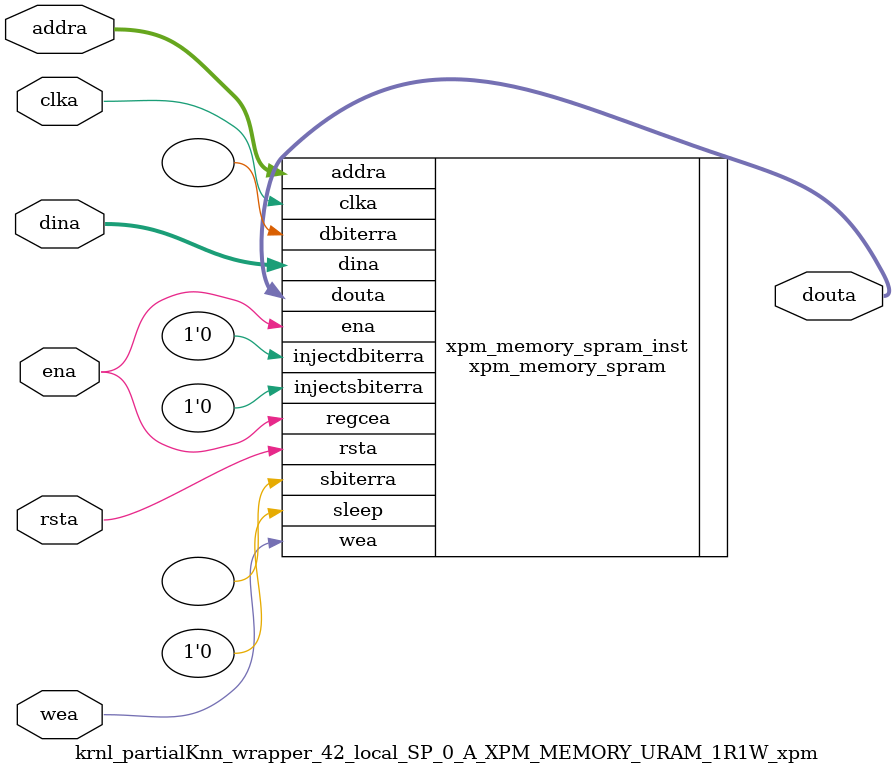
<source format=v>
`timescale 1 ns / 1 ps
module krnl_partialKnn_wrapper_42_local_SP_0_A_XPM_MEMORY_URAM_1R1W_xpm # (
  // Common module parameters
  parameter integer                 MEMORY_SIZE        = 524288,
  parameter                         MEMORY_PRIMITIVE   = "ultra",
  parameter                         ECC_MODE           = "no_ecc",
  parameter                         MEMORY_INIT_FILE   = "none",
  parameter                         WAKEUP_TIME        = "disable_sleep",
  parameter integer                 MESSAGE_CONTROL    = 0,
  // Port A module parameters
  parameter integer                 WRITE_DATA_WIDTH_A = 256,
  parameter integer                 READ_DATA_WIDTH_A  = WRITE_DATA_WIDTH_A,
  parameter integer                 BYTE_WRITE_WIDTH_A = WRITE_DATA_WIDTH_A,
  parameter integer                 ADDR_WIDTH_A       = 11,
  parameter                         READ_RESET_VALUE_A = "0",
  parameter integer                 READ_LATENCY_A     = 1,
  parameter                         WRITE_MODE_A       = "read_first"
) (
  // Port A module ports
  input  wire                                               clka,
  input  wire                                               rsta,
  input  wire                                               ena,
  input  wire [(WRITE_DATA_WIDTH_A/BYTE_WRITE_WIDTH_A)-1:0] wea,
  input  wire [ADDR_WIDTH_A-1:0]                            addra,
  input  wire [WRITE_DATA_WIDTH_A-1:0]                      dina,
  output wire [READ_DATA_WIDTH_A-1:0]                       douta
);
// Set parameter values and connect ports to instantiate an XPM_MEMORY single port RAM configuration
xpm_memory_spram # (
  // Common module parameters
  .MEMORY_SIZE        (MEMORY_SIZE),   //positive integer
  .MEMORY_PRIMITIVE   (MEMORY_PRIMITIVE),      //string; "auto", "distributed", "block" or "ultra";
  .ECC_MODE           (ECC_MODE),      //do not change
  .MEMORY_INIT_FILE   (MEMORY_INIT_FILE), //string; "none" or "<filename>.mem" 
  .MEMORY_INIT_PARAM  (""), //string;
  .WAKEUP_TIME        (WAKEUP_TIME),      //string; "disable_sleep" or "use_sleep_pin"
  .MESSAGE_CONTROL    (MESSAGE_CONTROL),      //do not change
  // Port A module parameters
  .WRITE_DATA_WIDTH_A (WRITE_DATA_WIDTH_A),     //positive integer
  .READ_DATA_WIDTH_A  (READ_DATA_WIDTH_A),     //positive integer
  .BYTE_WRITE_WIDTH_A (BYTE_WRITE_WIDTH_A),     //integer; 8, 9, or WRITE_DATA_WIDTH_A value
  .ADDR_WIDTH_A       (ADDR_WIDTH_A),      //positive integer
  .READ_RESET_VALUE_A (READ_RESET_VALUE_A),  //string
  .READ_LATENCY_A     (READ_LATENCY_A),      //non-negative integer
  .WRITE_MODE_A       (WRITE_MODE_A)       //string; "write_first", "read_first", "no_change"
) xpm_memory_spram_inst (
  // Common module ports
  .sleep          (1'b0),  //do not change
  // Port A module ports
  .clka           (clka),
  .rsta           (rsta),
  .ena            (ena),
  .regcea         (ena),
  .wea            (wea),
  .addra          (addra),
  .dina           (dina),
  .injectsbiterra (1'b0),  //do not change
  .injectdbiterra (1'b0),  //do not change
  .douta          (douta),
  .sbiterra       (),      //do not change
  .dbiterra       ()       //do not change
);
endmodule
</source>
